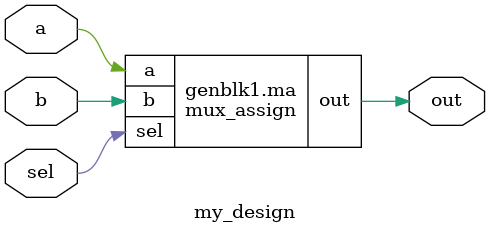
<source format=v>
module mux_assign ( input a, b, sel,
                    output out);
assign out = sel ? a : b;

// The initial display statement is used so that
// we know which design got instantiated from simulation
// logs
initial
  $display ("mux_assign is instantiated");
endmodule

  // Design #2: Multiplexer design uses a "case" statement to drive
  // out signal
  module mux_case (input a, b, sel,
                   output reg out);
always @ (a or b or sel)
  begin
    case (sel)
      0 :
        out = a;
      1 :
        out = b;
    endcase
  end

// The initial display statement is used so that
// we know which design got instantiated from simulation
// logs
initial
  $display ("mux_case is instantiated");
endmodule

  // Top Level Design: Use a parameter to choose either one
  module my_design (  input a, b, sel,
                      output out);
parameter USE_CASE = 0;

// Use a "generate" block to instantiate either mux_case
// or mux_assign using an if else construct with generate
generate
  if (USE_CASE)
    mux_case mc (.a(a), .b(b), .sel(sel), .out(out));
  else
    mux_assign ma (.a(a), .b(b), .sel(sel), .out(out));
endgenerate

endmodule

</source>
